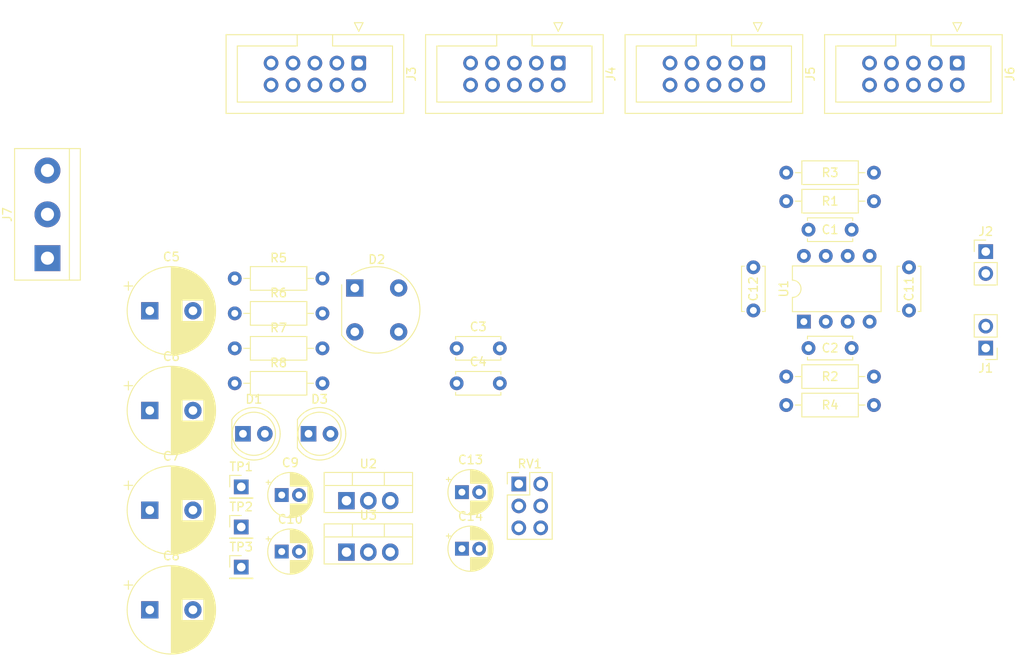
<source format=kicad_pcb>
(kicad_pcb (version 20240108) (generator "pcbnew") (generator_version "8.0")
  (layers (0 "F.Cu" signal) (31 "B.Cu" signal) (34 "B.Paste" user) (35 "F.Paste" user) (36 "B.SilkS" user "B.Silkscreen") (37 "F.SilkS" user "F.Silkscreen") (38 "B.Mask" user) (39 "F.Mask" user) (44 "Edge.Cuts" user))
  (net 0 "")
  (net 1 "Net-(C1-Pad2)")
  (net 2 "/R_IN")
  (net 3 "/L_IN")
  (net 4 "Net-(C2-Pad2)")
  (net 5 "Net-(C3-Pad1)")
  (net 6 "+15V")
  (net 7 "-15V")
  (net 8 "GND")
  (net 9 "Net-(D2-+)")
  (net 10 "Net-(U2-IN)")
  (net 11 "Net-(D2--)")
  (net 12 "Net-(U3-VI)")
  (net 13 "Net-(D1-A)")
  (net 14 "/AC_2")
  (net 15 "/AC_1")
  (net 16 "Net-(D3-A)")
  (net 17 "/R_OUT")
  (net 18 "/L_OUT")
  (net 19 "Net-(C14-Pad1)")
  (net 20 "Net-(C13-Pad1)")
  (net 21 "Net-(C13-Pad2)")
  (net 22 "Net-(C14-Pad2)")
  (footprint "Capacitor_THT:CP_Radial_D5.0mm_P2.00mm" (layer "F.Cu") (at 94.451452 114.822)
    (property "Reference" "C9" (at 1 -3.75 0) (layer "F.SilkS"))
    (property "Value" "22uF 35V")
    (pad "1" thru_hole rect (at 0 0) (size 1.6 1.6) (drill 0.8) (layers "*.Cu" "*.Mask") (net 6 "+15V"))
    (pad "2" thru_hole circle (at 2 0) (size 1.6 1.6) (drill 0.8) (layers "*.Cu" "*.Mask") (net 8 "GND"))
  )
  (footprint "Capacitor_THT:CP_Radial_D10.0mm_P5.00mm" (layer "F.Cu") (at 79.166323 116.572)
    (property "Reference" "C7" (at 2.5 -6.25 0) (layer "F.SilkS"))
    (property "Value" "1000uF 35V")
    (pad "1" thru_hole rect (at 0 0) (size 2 2) (drill 1) (layers "*.Cu" "*.Mask") (net 8 "GND"))
    (pad "2" thru_hole circle (at 5 0) (size 2 2) (drill 1) (layers "*.Cu" "*.Mask") (net 11 "Net-(D2--)"))
  )
  (footprint "TerminalBlock:TerminalBlock_bornier-3_P5.08mm" (layer "F.Cu") (at 67.31 87.376 90)
    (property "Reference" "J7" (at 5.05 -4.65 -90) (layer "F.SilkS"))
    (property "Value" "Transformer_Terminals")
    (pad "1" thru_hole rect (at 0 0 90) (size 3 3) (drill 1.52) (layers "*.Cu" "*.Mask") (net 8 "GND"))
    (pad "2" thru_hole circle (at 5.08 0 90) (size 3 3) (drill 1.52) (layers "*.Cu" "*.Mask") (net 15 "/AC_1"))
    (pad "3" thru_hole circle (at 10.16 0 90) (size 3 3) (drill 1.52) (layers "*.Cu" "*.Mask") (net 14 "/AC_2"))
  )
  (footprint "Capacitor_THT:C_Disc_D5.0mm_W2.5mm_P5.00mm" (layer "F.Cu") (at 160.488 97.79 180)
    (property "Reference" "C2" (at 2.5 0 180) (layer "F.SilkS"))
    (property "Value" "1nF")
    (pad "1" thru_hole circle (at 0 0 180) (size 1.6 1.6) (drill 0.8) (layers "*.Cu" "*.Mask") (net 3 "/L_IN"))
    (pad "2" thru_hole circle (at 5 0 180) (size 1.6 1.6) (drill 0.8) (layers "*.Cu" "*.Mask") (net 4 "Net-(C2-Pad2)"))
  )
  (footprint "Connector_PinHeader_2.54mm:PinHeader_1x01_P2.54mm_Vertical" (layer "F.Cu") (at 89.761677 118.522)
    (property "Reference" "TP2" (at 0 -2.33 0) (layer "F.SilkS"))
    (property "Value" "GND_TP")
    (pad "1" thru_hole rect (at 0 0) (size 1.7 1.7) (drill 1) (layers "*.Cu" "*.Mask") (net 8 "GND"))
  )
  (footprint "Capacitor_THT:CP_Radial_D5.0mm_P2.00mm" (layer "F.Cu") (at 115.329775 114.488)
    (property "Reference" "C13" (at 1 -3.75 0) (layer "F.SilkS"))
    (property "Value" "1uF")
    (pad "1" thru_hole rect (at 0 0) (size 1.6 1.6) (drill 0.8) (layers "*.Cu" "*.Mask") (net 20 "Net-(C13-Pad1)"))
    (pad "2" thru_hole circle (at 2 0) (size 1.6 1.6) (drill 0.8) (layers "*.Cu" "*.Mask") (net 21 "Net-(C13-Pad2)"))
  )
  (footprint "Connector_IDC:IDC-Header_2x05_P2.54mm_Vertical" (layer "F.Cu") (at 149.606 64.77 -90)
    (property "Reference" "J5" (at 1.27 -6.1 90) (layer "F.SilkS"))
    (property "Value" "Conn_02x05_Odd_Even")
    (pad "1" thru_hole roundrect (at 0 0 270) (size 1.7 1.7) (drill 1) (layers "*.Cu" "*.Mask") (roundrect_rratio 0.147059) (net 7 "-15V"))
    (pad "2" thru_hole circle (at 2.54 0 270) (size 1.7 1.7) (drill 1) (layers "*.Cu" "*.Mask") (net 7 "-15V"))
    (pad "3" thru_hole circle (at 0 2.54 270) (size 1.7 1.7) (drill 1) (layers "*.Cu" "*.Mask") (net 8 "GND"))
    (pad "4" thru_hole circle (at 2.54 2.54 270) (size 1.7 1.7) (drill 1) (layers "*.Cu" "*.Mask") (net 8 "GND"))
    (pad "5" thru_hole circle (at 0 5.08 270) (size 1.7 1.7) (drill 1) (layers "*.Cu" "*.Mask") (net 3 "/L_IN"))
    (pad "6" thru_hole circle (at 2.54 5.08 270) (size 1.7 1.7) (drill 1) (layers "*.Cu" "*.Mask") (net 3 "/L_IN"))
    (pad "7" thru_hole circle (at 0 7.62 270) (size 1.7 1.7) (drill 1) (layers "*.Cu" "*.Mask") (net 2 "/R_IN"))
    (pad "8" thru_hole circle (at 2.54 7.62 270) (size 1.7 1.7) (drill 1) (layers "*.Cu" "*.Mask") (net 2 "/R_IN"))
    (pad "9" thru_hole circle (at 0 10.16 270) (size 1.7 1.7) (drill 1) (layers "*.Cu" "*.Mask") (net 6 "+15V"))
    (pad "10" thru_hole circle (at 2.54 10.16 270) (size 1.7 1.7) (drill 1) (layers "*.Cu" "*.Mask") (net 6 "+15V"))
  )
  (footprint "Capacitor_THT:C_Disc_D5.0mm_W2.5mm_P5.00mm" (layer "F.Cu") (at 160.488 84.074 180)
    (property "Reference" "C1" (at 2.5 0 180) (layer "F.SilkS"))
    (property "Value" "1nF")
    (pad "1" thru_hole circle (at 0 0 180) (size 1.6 1.6) (drill 0.8) (layers "*.Cu" "*.Mask") (net 2 "/R_IN"))
    (pad "2" thru_hole circle (at 5 0 180) (size 1.6 1.6) (drill 0.8) (layers "*.Cu" "*.Mask") (net 1 "Net-(C1-Pad2)"))
  )
  (footprint "Resistor_THT:R_Axial_DIN0207_L6.3mm_D2.5mm_P10.16mm_Horizontal" (layer "F.Cu") (at 163.068 101.092 180)
    (property "Reference" "R2" (at 5.08 0 180) (layer "F.SilkS"))
    (property "Value" "10k")
    (pad "1" thru_hole circle (at 0 0 180) (size 1.6 1.6) (drill 0.8) (layers "*.Cu" "*.Mask") (net 3 "/L_IN"))
    (pad "2" thru_hole oval (at 10.16 0 180) (size 1.6 1.6) (drill 0.8) (layers "*.Cu" "*.Mask") (net 4 "Net-(C2-Pad2)"))
  )
  (footprint "Resistor_THT:R_Axial_DIN0207_L6.3mm_D2.5mm_P10.16mm_Horizontal" (layer "F.Cu") (at 163.068 80.772 180)
    (property "Reference" "R1" (at 5.08 0 180) (layer "F.SilkS"))
    (property "Value" "10k")
    (pad "1" thru_hole circle (at 0 0 180) (size 1.6 1.6) (drill 0.8) (layers "*.Cu" "*.Mask") (net 2 "/R_IN"))
    (pad "2" thru_hole oval (at 10.16 0 180) (size 1.6 1.6) (drill 0.8) (layers "*.Cu" "*.Mask") (net 1 "Net-(C1-Pad2)"))
  )
  (footprint "Connector_PinHeader_2.54mm:PinHeader_1x01_P2.54mm_Vertical" (layer "F.Cu") (at 89.761677 113.872)
    (property "Reference" "TP1" (at 0 -2.33 0) (layer "F.SilkS"))
    (property "Value" "+15V_TP")
    (pad "1" thru_hole rect (at 0 0) (size 1.7 1.7) (drill 1) (layers "*.Cu" "*.Mask") (net 6 "+15V"))
  )
  (footprint "Resistor_THT:R_Axial_DIN0207_L6.3mm_D2.5mm_P10.16mm_Horizontal" (layer "F.Cu") (at 89.011677 89.722)
    (property "Reference" "R5" (at 5.08 -2.37 0) (layer "F.SilkS"))
    (property "Value" "10R")
    (pad "1" thru_hole circle (at 0 0) (size 1.6 1.6) (drill 0.8) (layers "*.Cu" "*.Mask") (net 11 "Net-(D2--)"))
    (pad "2" thru_hole oval (at 10.16 0) (size 1.6 1.6) (drill 0.8) (layers "*.Cu" "*.Mask") (net 12 "Net-(U3-VI)"))
  )
  (footprint "Package_TO_SOT_THT:TO-220-3_Vertical" (layer "F.Cu") (at 101.951677 115.472)
    (property "Reference" "U2" (at 2.54 -4.27 0) (layer "F.SilkS"))
    (property "Value" "L7815")
    (pad "1" thru_hole rect (at 0 0) (size 1.905 2) (drill 1.1) (layers "*.Cu" "*.Mask") (net 10 "Net-(U2-IN)"))
    (pad "2" thru_hole oval (at 2.54 0) (size 1.905 2) (drill 1.1) (layers "*.Cu" "*.Mask") (net 8 "GND"))
    (pad "3" thru_hole oval (at 5.08 0) (size 1.905 2) (drill 1.1) (layers "*.Cu" "*.Mask") (net 6 "+15V"))
  )
  (footprint "Capacitor_THT:C_Disc_D5.0mm_W2.5mm_P5.00mm" (layer "F.Cu") (at 114.721677 97.822)
    (property "Reference" "C3" (at 2.5 -2.5 0) (layer "F.SilkS"))
    (property "Value" "100n")
    (pad "1" thru_hole circle (at 0 0) (size 1.6 1.6) (drill 0.8) (layers "*.Cu" "*.Mask") (net 5 "Net-(C3-Pad1)"))
    (pad "2" thru_hole circle (at 5 0) (size 1.6 1.6) (drill 0.8) (layers "*.Cu" "*.Mask") (net 6 "+15V"))
  )
  (footprint "Connector_IDC:IDC-Header_2x05_P2.54mm_Vertical" (layer "F.Cu") (at 126.492 64.77 -90)
    (property "Reference" "J4" (at 1.27 -6.1 90) (layer "F.SilkS"))
    (property "Value" "Conn_02x05_Odd_Even")
    (pad "1" thru_hole roundrect (at 0 0 270) (size 1.7 1.7) (drill 1) (layers "*.Cu" "*.Mask") (roundrect_rratio 0.147059) (net 7 "-15V"))
    (pad "2" thru_hole circle (at 2.54 0 270) (size 1.7 1.7) (drill 1) (layers "*.Cu" "*.Mask") (net 7 "-15V"))
    (pad "3" thru_hole circle (at 0 2.54 270) (size 1.7 1.7) (drill 1) (layers "*.Cu" "*.Mask") (net 8 "GND"))
    (pad "4" thru_hole circle (at 2.54 2.54 270) (size 1.7 1.7) (drill 1) (layers "*.Cu" "*.Mask") (net 8 "GND"))
    (pad "5" thru_hole circle (at 0 5.08 270) (size 1.7 1.7) (drill 1) (layers "*.Cu" "*.Mask") (net 3 "/L_IN"))
    (pad "6" thru_hole circle (at 2.54 5.08 270) (size 1.7 1.7) (drill 1) (layers "*.Cu" "*.Mask") (net 3 "/L_IN"))
    (pad "7" thru_hole circle (at 0 7.62 270) (size 1.7 1.7) (drill 1) (layers "*.Cu" "*.Mask") (net 2 "/R_IN"))
    (pad "8" thru_hole circle (at 2.54 7.62 270) (size 1.7 1.7) (drill 1) (layers "*.Cu" "*.Mask") (net 2 "/R_IN"))
    (pad "9" thru_hole circle (at 0 10.16 270) (size 1.7 1.7) (drill 1) (layers "*.Cu" "*.Mask") (net 6 "+15V"))
    (pad "10" thru_hole circle (at 2.54 10.16 270) (size 1.7 1.7) (drill 1) (layers "*.Cu" "*.Mask") (net 6 "+15V"))
  )
  (footprint "Capacitor_THT:CP_Radial_D5.0mm_P2.00mm" (layer "F.Cu") (at 94.451452 121.372)
    (property "Reference" "C10" (at 1 -3.75 0) (layer "F.SilkS"))
    (property "Value" "22uF 35V")
    (pad "1" thru_hole rect (at 0 0) (size 1.6 1.6) (drill 0.8) (layers "*.Cu" "*.Mask") (net 8 "GND"))
    (pad "2" thru_hole circle (at 2 0) (size 1.6 1.6) (drill 0.8) (layers "*.Cu" "*.Mask") (net 7 "-15V"))
  )
  (footprint "Resistor_THT:R_Axial_DIN0207_L6.3mm_D2.5mm_P10.16mm_Horizontal" (layer "F.Cu") (at 152.908 77.47)
    (property "Reference" "R3" (at 5.08 0 0) (layer "F.SilkS"))
    (property "Value" "1k")
    (pad "1" thru_hole circle (at 0 0) (size 1.6 1.6) (drill 0.8) (layers "*.Cu" "*.Mask") (net 1 "Net-(C1-Pad2)"))
    (pad "2" thru_hole oval (at 10.16 0) (size 1.6 1.6) (drill 0.8) (layers "*.Cu" "*.Mask") (net 19 "Net-(C14-Pad1)"))
  )
  (footprint "Connector_PinHeader_2.54mm:PinHeader_2x03_P2.54mm_Vertical" (layer "F.Cu") (at 121.92 113.538)
    (property "Reference" "RV1" (at 1.27 -2.33 0) (layer "F.SilkS"))
    (property "Value" "100k-A")
    (pad "1" thru_hole rect (at 0 0) (size 1.7 1.7) (drill 1) (layers "*.Cu" "*.Mask") (net 21 "Net-(C13-Pad2)"))
    (pad "2" thru_hole oval (at 2.54 0) (size 1.7 1.7) (drill 1) (layers "*.Cu" "*.Mask") (net 18 "/L_OUT"))
    (pad "3" thru_hole oval (at 0 2.54) (size 1.7 1.7) (drill 1) (layers "*.Cu" "*.Mask") (net 8 "GND"))
    (pad "4" thru_hole oval (at 2.54 2.54) (size 1.7 1.7) (drill 1) (layers "*.Cu" "*.Mask") (net 22 "Net-(C14-Pad2)"))
    (pad "5" thru_hole oval (at 0 5.08) (size 1.7 1.7) (drill 1) (layers "*.Cu" "*.Mask") (net 17 "/R_OUT"))
    (pad "6" thru_hole oval (at 2.54 5.08) (size 1.7 1.7) (drill 1) (layers "*.Cu" "*.Mask") (net 8 "GND"))
  )
  (footprint "Connector_IDC:IDC-Header_2x05_P2.54mm_Vertical" (layer "F.Cu") (at 172.72 64.77 -90)
    (property "Reference" "J6" (at 1.27 -6.1 90) (layer "F.SilkS"))
    (property "Value" "Conn_02x05_Odd_Even")
    (pad "1" thru_hole roundrect (at 0 0 270) (size 1.7 1.7) (drill 1) (layers "*.Cu" "*.Mask") (roundrect_rratio 0.147059) (net 7 "-15V"))
    (pad "2" thru_hole circle (at 2.54 0 270) (size 1.7 1.7) (drill 1) (layers "*.Cu" "*.Mask") (net 7 "-15V"))
    (pad "3" thru_hole circle (at 0 2.54 270) (size 1.7 1.7) (drill 1) (layers "*.Cu" "*.Mask") (net 8 "GND"))
    (pad "4" thru_hole circle (at 2.54 2.54 270) (size 1.7 1.7) (drill 1) (layers "*.Cu" "*.Mask") (net 8 "GND"))
    (pad "5" thru_hole circle (at 0 5.08 270) (size 1.7 1.7) (drill 1) (layers "*.Cu" "*.Mask") (net 3 "/L_IN"))
    (pad "6" thru_hole circle (at 2.54 5.08 270) (size 1.7 1.7) (drill 1) (layers "*.Cu" "*.Mask") (net 3 "/L_IN"))
    (pad "7" thru_hole circle (at 0 7.62 270) (size 1.7 1.7) (drill 1) (layers "*.Cu" "*.Mask") (net 2 "/R_IN"))
    (pad "8" thru_hole circle (at 2.54 7.62 270) (size 1.7 1.7) (drill 1) (layers "*.Cu" "*.Mask") (net 2 "/R_IN"))
    (pad "9" thru_hole circle (at 0 10.16 270) (size 1.7 1.7) (drill 1) (layers "*.Cu" "*.Mask") (net 6 "+15V"))
    (pad "10" thru_hole circle (at 2.54 10.16 270) (size 1.7 1.7) (drill 1) (layers "*.Cu" "*.Mask") (net 6 "+15V"))
  )
  (footprint "Connector_IDC:IDC-Header_2x05_P2.54mm_Vertical" (layer "F.Cu") (at 103.378 64.77 -90)
    (property "Reference" "J3" (at 1.27 -6.1 90) (layer "F.SilkS"))
    (property "Value" "Conn_02x05_Odd_Even")
    (pad "1" thru_hole roundrect (at 0 0 270) (size 1.7 1.7) (drill 1) (layers "*.Cu" "*.Mask") (roundrect_rratio 0.147059) (net 7 "-15V"))
    (pad "2" thru_hole circle (at 2.54 0 270) (size 1.7 1.7) (drill 1) (layers "*.Cu" "*.Mask") (net 7 "-15V"))
    (pad "3" thru_hole circle (at 0 2.54 270) (size 1.7 1.7) (drill 1) (layers "*.Cu" "*.Mask") (net 8 "GND"))
    (pad "4" thru_hole circle (at 2.54 2.54 270) (size 1.7 1.7) (drill 1) (layers "*.Cu" "*.Mask") (net 8 "GND"))
    (pad "5" thru_hole circle (at 0 5.08 270) (size 1.7 1.7) (drill 1) (layers "*.Cu" "*.Mask") (net 3 "/L_IN"))
    (pad "6" thru_hole circle (at 2.54 5.08 270) (size 1.7 1.7) (drill 1) (layers "*.Cu" "*.Mask") (net 3 "/L_IN"))
    (pad "7" thru_hole circle (at 0 7.62 270) (size 1.7 1.7) (drill 1) (layers "*.Cu" "*.Mask") (net 2 "/R_IN"))
    (pad "8" thru_hole circle (at 2.54 7.62 270) (size 1.7 1.7) (drill 1) (layers "*.Cu" "*.Mask") (net 2 "/R_IN"))
    (pad "9" thru_hole circle (at 0 10.16 270) (size 1.7 1.7) (drill 1) (layers "*.Cu" "*.Mask") (net 6 "+15V"))
    (pad "10" thru_hole circle (at 2.54 10.16 270) (size 1.7 1.7) (drill 1) (layers "*.Cu" "*.Mask") (net 6 "+15V"))
  )
  (footprint "Package_TO_SOT_THT:TO-220-3_Vertical" (layer "F.Cu") (at 101.951677 121.432)
    (property "Reference" "U3" (at 2.54 -4.27 0) (layer "F.SilkS"))
    (property "Value" "L7915")
    (pad "1" thru_hole rect (at 0 0) (size 1.905 2) (drill 1.1) (layers "*.Cu" "*.Mask") (net 8 "GND"))
    (pad "2" thru_hole oval (at 2.54 0) (size 1.905 2) (drill 1.1) (layers "*.Cu" "*.Mask") (net 12 "Net-(U3-VI)"))
    (pad "3" thru_hole oval (at 5.08 0) (size 1.905 2) (drill 1.1) (layers "*.Cu" "*.Mask") (net 7 "-15V"))
  )
  (footprint "Capacitor_THT:C_Disc_D5.0mm_W2.5mm_P5.00mm" (layer "F.Cu") (at 114.721677 101.872)
    (property "Reference" "C4" (at 2.5 -2.5 0) (layer "F.SilkS"))
    (property "Value" "100n")
    (pad "1" thru_hole circle (at 0 0) (size 1.6 1.6) (drill 0.8) (layers "*.Cu" "*.Mask") (net 7 "-15V"))
    (pad "2" thru_hole circle (at 5 0) (size 1.6 1.6) (drill 0.8) (layers "*.Cu" "*.Mask") (net 5 "Net-(C3-Pad1)"))
  )
  (footprint "Diode_THT:Diode_Bridge_Round_D9.8mm" (layer "F.Cu") (at 102.921677 90.832)
    (property "Reference" "D2" (at 2.54 -3.302 0) (layer "F.SilkS"))
    (property "Value" "W01G")
    (pad "1" thru_hole rect (at 0 0) (size 2 2) (drill 1) (layers "*.Cu" "*.Mask") (net 9 "Net-(D2-+)"))
    (pad "2" thru_hole oval (at 0 5.08) (size 2 2) (drill 1) (layers "*.Cu" "*.Mask") (net 14 "/AC_2"))
    (pad "3" thru_hole oval (at 5.08 5.08) (size 2 2) (drill 1) (layers "*.Cu" "*.Mask") (net 11 "Net-(D2--)"))
    (pad "4" thru_hole oval (at 5.08 0) (size 2 2) (drill 1) (layers "*.Cu" "*.Mask") (net 15 "/AC_1"))
  )
  (footprint "Connector_PinHeader_2.54mm:PinHeader_1x02_P2.54mm_Vertical" (layer "F.Cu") (at 176.022 97.79 180)
    (property "Reference" "J1" (at 0 -2.33 180) (layer "F.SilkS"))
    (property "Value" "LEFT_JACK")
    (pad "1" thru_hole rect (at 0 0 180) (size 1.7 1.7) (drill 1) (layers "*.Cu" "*.Mask") (net 18 "/L_OUT"))
    (pad "2" thru_hole oval (at 0 2.54 180) (size 1.7 1.7) (drill 1) (layers "*.Cu" "*.Mask") (net 8 "GND"))
  )
  (footprint "Resistor_THT:R_Axial_DIN0207_L6.3mm_D2.5mm_P10.16mm_Horizontal" (layer "F.Cu") (at 89.011677 101.872)
    (property "Reference" "R8" (at 5.08 -2.37 0) (layer "F.SilkS"))
    (property "Value" "1k")
    (pad "1" thru_hole circle (at 0 0) (size 1.6 1.6) (drill 0.8) (layers "*.Cu" "*.Mask") (net 16 "Net-(D3-A)"))
    (pad "2" thru_hole oval (at 10.16 0) (size 1.6 1.6) (drill 0.8) (layers "*.Cu" "*.Mask") (net 8 "GND"))
  )
  (footprint "Capacitor_THT:CP_Radial_D10.0mm_P5.00mm" (layer "F.Cu") (at 79.166323 93.472)
    (property "Reference" "C5" (at 2.5 -6.25 0) (layer "F.SilkS"))
    (property "Value" "1000uF 35V")
    (pad "1" thru_hole rect (at 0 0) (size 2 2) (drill 1) (layers "*.Cu" "*.Mask") (net 9 "Net-(D2-+)"))
    (pad "2" thru_hole circle (at 5 0) (size 2 2) (drill 1) (layers "*.Cu" "*.Mask") (net 8 "GND"))
  )
  (footprint "Resistor_THT:R_Axial_DIN0207_L6.3mm_D2.5mm_P10.16mm_Horizontal" (layer "F.Cu") (at 89.011677 93.772)
    (property "Reference" "R6" (at 5.08 -2.37 0) (layer "F.SilkS"))
    (property "Value" "10R")
    (pad "1" thru_hole circle (at 0 0) (size 1.6 1.6) (drill 0.8) (layers "*.Cu" "*.Mask") (net 9 "Net-(D2-+)"))
    (pad "2" thru_hole oval (at 10.16 0) (size 1.6 1.6) (drill 0.8) (layers "*.Cu" "*.Mask") (net 10 "Net-(U2-IN)"))
  )
  (footprint "Resistor_THT:R_Axial_DIN0207_L6.3mm_D2.5mm_P10.16mm_Horizontal" (layer "F.Cu") (at 89.011677 97.822)
    (property "Reference" "R7" (at 5.08 -2.37 0) (layer "F.SilkS"))
    (property "Value" "1k")
    (pad "1" thru_hole circle (at 0 0) (size 1.6 1.6) (drill 0.8) (layers "*.Cu" "*.Mask") (net 13 "Net-(D1-A)"))
    (pad "2" thru_hole oval (at 10.16 0) (size 1.6 1.6) (drill 0.8) (layers "*.Cu" "*.Mask") (net 6 "+15V"))
  )
  (footprint "Capacitor_THT:C_Disc_D5.0mm_W2.5mm_P5.00mm" (layer "F.Cu") (at 167.132 93.432 90)
    (property "Reference" "C11" (at 2.5 0 -90) (layer "F.SilkS"))
    (property "Value" "100n")
    (pad "1" thru_hole circle (at 0 0 90) (size 1.6 1.6) (drill 0.8) (layers "*.Cu" "*.Mask") (net 7 "-15V"))
    (pad "2" thru_hole circle (at 5 0 90) (size 1.6 1.6) (drill 0.8) (layers "*.Cu" "*.Mask") (net 8 "GND"))
  )
  (footprint "LED_THT:LED_D5.0mm_FlatTop" (layer "F.Cu") (at 97.561677 107.722)
    (property "Reference" "D3" (at 1.27 -4.01 0) (layer "F.SilkS"))
    (property "Value" "LED")
    (pad "1" thru_hole rect (at 0 0) (size 1.8 1.8) (drill 0.9) (layers "*.Cu" "*.Mask") (net 7 "-15V"))
    (pad "2" thru_hole circle (at 2.54 0) (size 1.8 1.8) (drill 0.9) (layers "*.Cu" "*.Mask") (net 16 "Net-(D3-A)"))
  )
  (footprint "Capacitor_THT:CP_Radial_D5.0mm_P2.00mm" (layer "F.Cu") (at 115.329775 121.038)
    (property "Reference" "C14" (at 1 -3.75 0) (layer "F.SilkS"))
    (property "Value" "1uF")
    (pad "1" thru_hole rect (at 0 0) (size 1.6 1.6) (drill 0.8) (layers "*.Cu" "*.Mask") (net 19 "Net-(C14-Pad1)"))
    (pad "2" thru_hole circle (at 2 0) (size 1.6 1.6) (drill 0.8) (layers "*.Cu" "*.Mask") (net 22 "Net-(C14-Pad2)"))
  )
  (footprint "Resistor_THT:R_Axial_DIN0207_L6.3mm_D2.5mm_P10.16mm_Horizontal" (layer "F.Cu") (at 152.908 104.394)
    (property "Reference" "R4" (at 5.08 0 0) (layer "F.SilkS"))
    (property "Value" "1k")
    (pad "1" thru_hole circle (at 0 0) (size 1.6 1.6) (drill 0.8) (layers "*.Cu" "*.Mask") (net 4 "Net-(C2-Pad2)"))
    (pad "2" thru_hole oval (at 10.16 0) (size 1.6 1.6) (drill 0.8) (layers "*.Cu" "*.Mask") (net 20 "Net-(C13-Pad1)"))
  )
  (footprint "Capacitor_THT:CP_Radial_D10.0mm_P5.00mm" (layer "F.Cu") (at 79.166323 105.022)
    (property "Reference" "C6" (at 2.5 -6.25 0) (layer "F.SilkS"))
    (property "Value" "1000uF 35V")
    (pad "1" thru_hole rect (at 0 0) (size 2 2) (drill 1) (layers "*.Cu" "*.Mask") (net 10 "Net-(U2-IN)"))
    (pad "2" thru_hole circle (at 5 0) (size 2 2) (drill 1) (layers "*.Cu" "*.Mask") (net 8 "GND"))
  )
  (footprint "Connector_PinHeader_2.54mm:PinHeader_1x01_P2.54mm_Vertical" (layer "F.Cu") (at 89.761677 123.172)
    (property "Reference" "TP3" (at 0 -2.33 0) (layer "F.SilkS"))
    (property "Value" "-15V_TP")
    (pad "1" thru_hole rect (at 0 0) (size 1.7 1.7) (drill 1) (layers "*.Cu" "*.Mask") (net 7 "-15V"))
  )
  (footprint "Capacitor_THT:C_Disc_D5.0mm_W2.5mm_P5.00mm" (layer "F.Cu") (at 149.098 93.432 90)
    (property "Reference" "C12" (at 2.5 0 -90) (layer "F.SilkS"))
    (property "Value" "100n")
    (pad "1" thru_hole circle (at 0 0 90) (size 1.6 1.6) (drill 0.8) (layers "*.Cu" "*.Mask") (net 8 "GND"))
    (pad "2" thru_hole circle (at 5 0 90) (size 1.6 1.6) (drill 0.8) (layers "*.Cu" "*.Mask") (net 6 "+15V"))
  )
  (footprint "Package_DIP:DIP-8_W7.62mm" (layer "F.Cu") (at 154.95 94.732 90)
    (property "Reference" "U1" (at 3.81 -2.33 -90) (layer "F.SilkS"))
    (property "Value" "Opamp_Dual")
    (pad "1" thru_hole rect (at 0 0 90) (size 1.6 1.6) (drill 0.8) (layers "*.Cu" "*.Mask") (net 4 "Net-(C2-Pad2)"))
    (pad "2" thru_hole oval (at 0 2.54 90) (size 1.6 1.6) (drill 0.8) (layers "*.Cu" "*.Mask") (net 3 "/L_IN"))
    (pad "3" thru_hole oval (at 0 5.08 90) (size 1.6 1.6) (drill 0.8) (layers "*.Cu" "*.Mask") (net 8 "GND"))
    (pad "4" thru_hole oval (at 0 7.62 90) (size 1.6 1.6) (drill 0.8) (layers "*.Cu" "*.Mask") (net 7 "-15V"))
    (pad "5" thru_hole oval (at 7.62 7.62 90) (size 1.6 1.6) (drill 0.8) (layers "*.Cu" "*.Mask") (net 8 "GND"))
    (pad "6" thru_hole oval (at 7.62 5.08 90) (size 1.6 1.6) (drill 0.8) (layers "*.Cu" "*.Mask") (net 2 "/R_IN"))
    (pad "7" thru_hole oval (at 7.62 2.54 90) (size 1.6 1.6) (drill 0.8) (layers "*.Cu" "*.Mask") (net 1 "Net-(C1-Pad2)"))
    (pad "8" thru_hole oval (at 7.62 0 90) (size 1.6 1.6) (drill 0.8) (layers "*.Cu" "*.Mask") (net 6 "+15V"))
  )
  (footprint "LED_THT:LED_D5.0mm_FlatTop" (layer "F.Cu") (at 89.961677 107.722)
    (property "Reference" "D1" (at 1.27 -4.01 0) (layer "F.SilkS"))
    (property "Value" "LED")
    (pad "1" thru_hole rect (at 0 0) (size 1.8 1.8) (drill 0.9) (layers "*.Cu" "*.Mask") (net 8 "GND"))
    (pad "2" thru_hole circle (at 2.54 0) (size 1.8 1.8) (drill 0.9) (layers "*.Cu" "*.Mask") (net 13 "Net-(D1-A)"))
  )
  (footprint "Connector_PinHeader_2.54mm:PinHeader_1x02_P2.54mm_Vertical" (layer "F.Cu") (at 176.022 86.614)
    (property "Reference" "J2" (at 0 -2.33 0) (layer "F.SilkS"))
    (property "Value" "RIGHT_JACK")
    (pad "1" thru_hole rect (at 0 0) (size 1.7 1.7) (drill 1) (layers "*.Cu" "*.Mask") (net 17 "/R_OUT"))
    (pad "2" thru_hole oval (at 0 2.54) (size 1.7 1.7) (drill 1) (layers "*.Cu" "*.Mask") (net 8 "GND"))
  )
  (footprint "Capacitor_THT:CP_Radial_D10.0mm_P5.00mm" (layer "F.Cu") (at 79.166323 128.122)
    (property "Reference" "C8" (at 2.5 -6.25 0) (layer "F.SilkS"))
    (property "Value" "1000uF 35V")
    (pad "1" thru_hole rect (at 0 0) (size 2 2) (drill 1) (layers "*.Cu" "*.Mask") (net 8 "GND"))
    (pad "2" thru_hole circle (at 5 0) (size 2 2) (drill 1) (layers "*.Cu" "*.Mask") (net 12 "Net-(U3-VI)"))
  )
)
</source>
